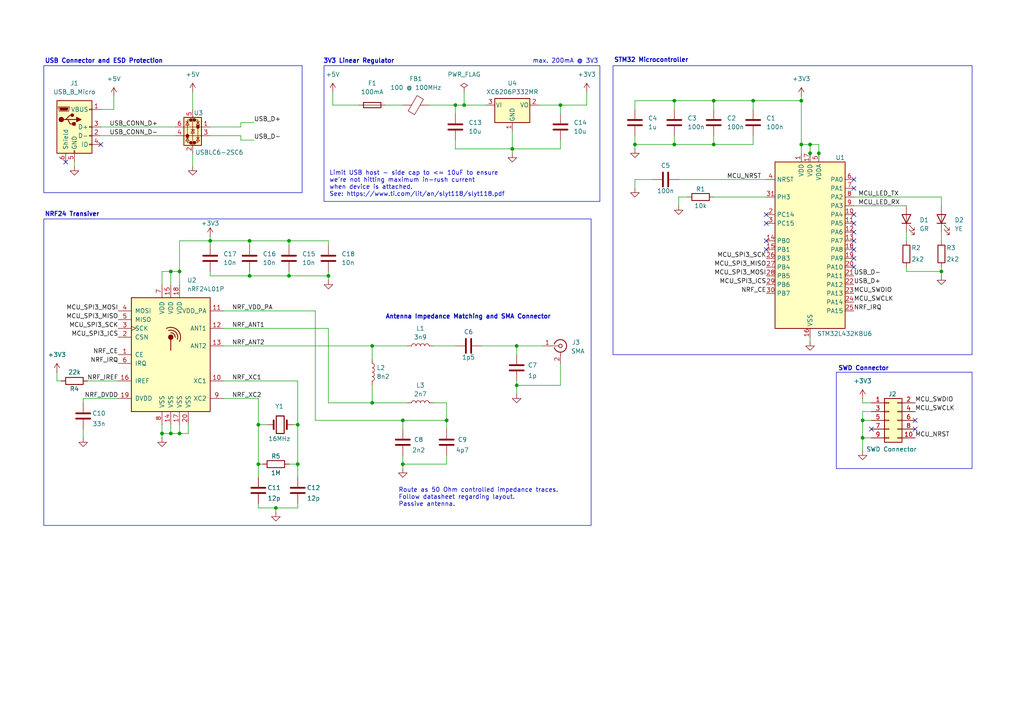
<source format=kicad_sch>
(kicad_sch (version 20231120) (generator "eeschema") (generator_version "8.0")
  (paper "A4")
  (title_block (title "STM32RFUSB") (date "2024-12-30") (rev "V0.1"))
  (lib_symbols
    (symbol "Connector:Conn_Coaxial" (pin_names (offset 1.016) hide)
      (property "Reference" "J" (at 0.254 3.048 0))
      (property "Value" "Conn_Coaxial" (at 2.921 0 90))
      (symbol "Conn_Coaxial_0_1"
        (arc (start -1.778 -0.508) (mid 0.2311 -1.8066) (end 1.778 0) (stroke (width 0.254)))
        (polyline (pts (xy -2.54 0) (xy -0.508 0)))
        (polyline (pts (xy 0 -2.54) (xy 0 -1.778)))
        (circle (center 0 0) (radius 0.508) (stroke (width 0.2032)))
        (arc (start 1.778 0) (mid 0.2099 1.8101) (end -1.778 0.508) (stroke (width 0.254)))
      )
      (symbol "Conn_Coaxial_1_1"
        (pin passive line (at -5.08 0 0) (length 2.54) (name "In") (number "1"))
        (pin passive line (at 0 -5.08 90) (length 2.54) (name "Ext") (number "2"))
      )
    )
    (symbol "Connector:USB_B_Micro" (pin_names (offset 1.016))
      (property "Reference" "J" (at -5.08 11.43 0))
      (property "Value" "USB_B_Micro" (at -5.08 8.89 0))
      (symbol "USB_B_Micro_0_1"
        (rectangle (start -5.08 -7.62) (end 5.08 7.62) (stroke (width 0.254)) (fill (type background)))
        (circle (center -3.81 2.159) (radius 0.635) (stroke (width 0.254)) (fill (type outline)))
        (circle (center -0.635 3.429) (radius 0.381) (stroke (width 0.254)) (fill (type outline)))
        (rectangle (start -0.127 -7.62) (end 0.127 -6.858))
        (polyline (pts (xy -1.905 2.159) (xy 0.635 2.159)) (stroke (width 0.254)))
        (polyline (pts (xy -3.175 2.159) (xy -2.54 2.159) (xy -1.27 3.429) (xy -0.635 3.429)) (stroke (width 0.254)))
        (polyline (pts (xy -2.54 2.159) (xy -1.905 2.159) (xy -1.27 0.889) (xy 0 0.889)) (stroke (width 0.254)))
        (polyline (pts (xy 0.635 2.794) (xy 0.635 1.524) (xy 1.905 2.159) (xy 0.635 2.794)) (stroke (width 0.254)) (fill (type outline)))
        (polyline (pts (xy -4.318 5.588) (xy -1.778 5.588) (xy -2.032 4.826) (xy -4.064 4.826) (xy -4.318 5.588)) (fill (type outline)))
        (polyline (pts (xy -4.699 5.842) (xy -4.699 5.588) (xy -4.445 4.826) (xy -4.445 4.572) (xy -1.651 4.572) (xy -1.651 4.826) (xy -1.397 5.588) (xy -1.397 5.842) (xy -4.699 5.842)))
        (rectangle (start 0.254 1.27) (end -0.508 0.508) (stroke (width 0.254)) (fill (type outline)))
        (rectangle (start 5.08 -5.207) (end 4.318 -4.953))
        (rectangle (start 5.08 -2.667) (end 4.318 -2.413))
        (rectangle (start 5.08 -0.127) (end 4.318 0.127))
        (rectangle (start 5.08 4.953) (end 4.318 5.207))
      )
      (symbol "USB_B_Micro_1_1"
        (pin power_out line (at 7.62 5.08 180) (length 2.54) (name "VBUS") (number "1"))
        (pin bidirectional line (at 7.62 -2.54 180) (length 2.54) (name "D-") (number "2"))
        (pin bidirectional line (at 7.62 0 180) (length 2.54) (name "D+") (number "3"))
        (pin passive line (at 7.62 -5.08 180) (length 2.54) (name "ID") (number "4"))
        (pin power_out line (at 0 -10.16 90) (length 2.54) (name "GND") (number "5"))
        (pin passive line (at -2.54 -10.16 90) (length 2.54) (name "Shield") (number "6"))
      )
    )
    (symbol "Connector_Generic:Conn_02x05_Odd_Even" (pin_names (offset 1.016) hide)
      (property "Reference" "J" (at 1.27 7.62 0))
      (property "Value" "Conn_02x05_Odd_Even" (at 1.27 -7.62 0))
      (symbol "Conn_02x05_Odd_Even_1_1"
        (rectangle (start -1.27 -4.953) (end 0 -5.207) (stroke (width 0.1524)))
        (rectangle (start -1.27 -2.413) (end 0 -2.667) (stroke (width 0.1524)))
        (rectangle (start -1.27 0.127) (end 0 -0.127) (stroke (width 0.1524)))
        (rectangle (start -1.27 2.667) (end 0 2.413) (stroke (width 0.1524)))
        (rectangle (start -1.27 5.207) (end 0 4.953) (stroke (width 0.1524)))
        (rectangle (start -1.27 6.35) (end 3.81 -6.35) (stroke (width 0.254)) (fill (type background)))
        (rectangle (start 3.81 -4.953) (end 2.54 -5.207) (stroke (width 0.1524)))
        (rectangle (start 3.81 -2.413) (end 2.54 -2.667) (stroke (width 0.1524)))
        (rectangle (start 3.81 0.127) (end 2.54 -0.127) (stroke (width 0.1524)))
        (rectangle (start 3.81 2.667) (end 2.54 2.413) (stroke (width 0.1524)))
        (rectangle (start 3.81 5.207) (end 2.54 4.953) (stroke (width 0.1524)))
        (pin passive line (at -5.08 5.08 0) (length 3.81) (name "Pin_1") (number "1"))
        (pin passive line (at 7.62 -5.08 180) (length 3.81) (name "Pin_10") (number "10"))
        (pin passive line (at 7.62 5.08 180) (length 3.81) (name "Pin_2") (number "2"))
        (pin passive line (at -5.08 2.54 0) (length 3.81) (name "Pin_3") (number "3"))
        (pin passive line (at 7.62 2.54 180) (length 3.81) (name "Pin_4") (number "4"))
        (pin passive line (at -5.08 0 0) (length 3.81) (name "Pin_5") (number "5"))
        (pin passive line (at 7.62 0 180) (length 3.81) (name "Pin_6") (number "6"))
        (pin passive line (at -5.08 -2.54 0) (length 3.81) (name "Pin_7") (number "7"))
        (pin passive line (at 7.62 -2.54 180) (length 3.81) (name "Pin_8") (number "8"))
        (pin passive line (at -5.08 -5.08 0) (length 3.81) (name "Pin_9") (number "9"))
      )
    )
    (symbol "Device:C" (pin_numbers hide) (pin_names (offset 0.254))
      (property "Reference" "C" (at 0.635 2.54 0))
      (property "Value" "C" (at 0.635 -2.54 0))
      (symbol "C_0_1"
        (polyline (pts (xy -2.032 -0.762) (xy 2.032 -0.762)) (stroke (width 0.508)))
        (polyline (pts (xy -2.032 0.762) (xy 2.032 0.762)) (stroke (width 0.508)))
      )
      (symbol "C_1_1"
        (pin passive line (at 0 3.81 270) (length 2.794) (name "~") (number "1"))
        (pin passive line (at 0 -3.81 90) (length 2.794) (name "~") (number "2"))
      )
    )
    (symbol "Device:Crystal" (pin_numbers hide) (pin_names (offset 1.016) hide)
      (property "Reference" "Y" (at 0 3.81 0))
      (property "Value" "Crystal" (at 0 -3.81 0))
      (symbol "Crystal_0_1"
        (rectangle (start -1.143 2.54) (end 1.143 -2.54) (stroke (width 0.3048)))
        (polyline (pts (xy -2.54 0) (xy -1.905 0)))
        (polyline (pts (xy -1.905 -1.27) (xy -1.905 1.27)) (stroke (width 0.508)))
        (polyline (pts (xy 1.905 -1.27) (xy 1.905 1.27)) (stroke (width 0.508)))
        (polyline (pts (xy 2.54 0) (xy 1.905 0)))
      )
      (symbol "Crystal_1_1"
        (pin passive line (at -3.81 0 0) (length 1.27) (name "1") (number "1"))
        (pin passive line (at 3.81 0 180) (length 1.27) (name "2") (number "2"))
      )
    )
    (symbol "Device:FerriteBead" (pin_numbers hide) (pin_names (offset 0))
      (property "Reference" "FB" (at -3.81 0.635 90))
      (property "Value" "FerriteBead" (at 3.81 0 90))
      (symbol "FerriteBead_0_1"
        (polyline (pts (xy 0 -1.27) (xy 0 -1.2192)))
        (polyline (pts (xy 0 1.27) (xy 0 1.2954)))
        (polyline (pts (xy -2.7686 0.4064) (xy -1.7018 2.2606) (xy 2.7686 -0.3048) (xy 1.6764 -2.159) (xy -2.7686 0.4064)))
      )
      (symbol "FerriteBead_1_1"
        (pin passive line (at 0 3.81 270) (length 2.54) (name "~") (number "1"))
        (pin passive line (at 0 -3.81 90) (length 2.54) (name "~") (number "2"))
      )
    )
    (symbol "Device:Fuse" (pin_numbers hide) (pin_names (offset 0))
      (property "Reference" "F" (at 2.032 0 90))
      (property "Value" "Fuse" (at -1.905 0 90))
      (symbol "Fuse_0_1"
        (rectangle (start -0.762 -2.54) (end 0.762 2.54) (stroke (width 0.254)))
        (polyline (pts (xy 0 2.54) (xy 0 -2.54)))
      )
      (symbol "Fuse_1_1"
        (pin passive line (at 0 3.81 270) (length 1.27) (name "~") (number "1"))
        (pin passive line (at 0 -3.81 90) (length 1.27) (name "~") (number "2"))
      )
    )
    (symbol "Device:L" (pin_numbers hide) (pin_names (offset 1.016) hide)
      (property "Reference" "L" (at -1.27 0 90))
      (property "Value" "L" (at 1.905 0 90))
      (symbol "L_0_1"
        (arc (start 0 -2.54) (mid 0.6323 -1.905) (end 0 -1.27))
        (arc (start 0 -1.27) (mid 0.6323 -0.635) (end 0 0))
        (arc (start 0 0) (mid 0.6323 0.635) (end 0 1.27))
        (arc (start 0 1.27) (mid 0.6323 1.905) (end 0 2.54))
      )
      (symbol "L_1_1"
        (pin passive line (at 0 3.81 270) (length 1.27) (name "1") (number "1"))
        (pin passive line (at 0 -3.81 90) (length 1.27) (name "2") (number "2"))
      )
    )
    (symbol "Device:LED" (pin_numbers hide) (pin_names (offset 1.016) hide)
      (property "Reference" "D" (at 0 2.54 0))
      (property "Value" "LED" (at 0 -2.54 0))
      (symbol "LED_0_1"
        (polyline (pts (xy -1.27 -1.27) (xy -1.27 1.27)) (stroke (width 0.254)))
        (polyline (pts (xy -1.27 0) (xy 1.27 0)))
        (polyline (pts (xy 1.27 -1.27) (xy 1.27 1.27) (xy -1.27 0) (xy 1.27 -1.27)) (stroke (width 0.254)))
        (polyline (pts (xy -3.048 -0.762) (xy -4.572 -2.286) (xy -3.81 -2.286) (xy -4.572 -2.286) (xy -4.572 -1.524)))
        (polyline (pts (xy -1.778 -0.762) (xy -3.302 -2.286) (xy -2.54 -2.286) (xy -3.302 -2.286) (xy -3.302 -1.524)))
      )
      (symbol "LED_1_1"
        (pin passive line (at -3.81 0 0) (length 2.54) (name "K") (number "1"))
        (pin passive line (at 3.81 0 180) (length 2.54) (name "A") (number "2"))
      )
    )
    (symbol "Device:R" (pin_numbers hide) (pin_names (offset 0))
      (property "Reference" "R" (at 2.032 0 90))
      (property "Value" "R" (at 0 0 90))
      (symbol "R_0_1"
        (rectangle (start -1.016 -2.54) (end 1.016 2.54) (stroke (width 0.254)))
      )
      (symbol "R_1_1"
        (pin passive line (at 0 3.81 270) (length 1.27) (name "~") (number "1"))
        (pin passive line (at 0 -3.81 90) (length 1.27) (name "~") (number "2"))
      )
    )
    (symbol "MCU_ST_STM32L4:STM32L432KBUx"
      (property "Reference" "U" (at -10.16 26.67 0))
      (property "Value" "STM32L432KBUx" (at 5.08 26.67 0))
      (symbol "STM32L432KBUx_0_1"
        (rectangle (start -10.16 -22.86) (end 10.16 25.4) (stroke (width 0.254)) (fill (type background)))
      )
      (symbol "STM32L432KBUx_1_1"
        (pin power_in line (at -2.54 27.94 270) (length 2.54) (name "VDD") (number "1"))
        (pin bidirectional line (at 12.7 10.16 180) (length 2.54) (name "PA4") (number "10"))
        (pin bidirectional line (at 12.7 7.62 180) (length 2.54) (name "PA5") (number "11"))
        (pin bidirectional line (at 12.7 5.08 180) (length 2.54) (name "PA6") (number "12"))
        (pin bidirectional line (at 12.7 2.54 180) (length 2.54) (name "PA7") (number "13"))
        (pin bidirectional line (at -12.7 2.54 0) (length 2.54) (name "PB0") (number "14"))
        (pin bidirectional line (at -12.7 0 0) (length 2.54) (name "PB1") (number "15"))
        (pin power_in line (at 0 -25.4 90) (length 2.54) (name "VSS") (number "16"))
        (pin power_in line (at 0 27.94 270) (length 2.54) (name "VDD") (number "17"))
        (pin bidirectional line (at 12.7 0 180) (length 2.54) (name "PA8") (number "18"))
        (pin bidirectional line (at 12.7 -2.54 180) (length 2.54) (name "PA9") (number "19"))
        (pin bidirectional line (at -12.7 10.16 0) (length 2.54) (name "PC14") (number "2"))
        (pin bidirectional line (at 12.7 -5.08 180) (length 2.54) (name "PA10") (number "20"))
        (pin bidirectional line (at 12.7 -7.62 180) (length 2.54) (name "PA11") (number "21"))
        (pin bidirectional line (at 12.7 -10.16 180) (length 2.54) (name "PA12") (number "22"))
        (pin bidirectional line (at 12.7 -12.7 180) (length 2.54) (name "PA13") (number "23"))
        (pin bidirectional line (at 12.7 -15.24 180) (length 2.54) (name "PA14") (number "24"))
        (pin bidirectional line (at 12.7 -17.78 180) (length 2.54) (name "PA15") (number "25"))
        (pin bidirectional line (at -12.7 -2.54 0) (length 2.54) (name "PB3") (number "26"))
        (pin bidirectional line (at -12.7 -5.08 0) (length 2.54) (name "PB4") (number "27"))
        (pin bidirectional line (at -12.7 -7.62 0) (length 2.54) (name "PB5") (number "28"))
        (pin bidirectional line (at -12.7 -10.16 0) (length 2.54) (name "PB6") (number "29"))
        (pin bidirectional line (at -12.7 7.62 0) (length 2.54) (name "PC15") (number "3"))
        (pin bidirectional line (at -12.7 -12.7 0) (length 2.54) (name "PB7") (number "30"))
        (pin bidirectional line (at -12.7 15.24 0) (length 2.54) (name "PH3") (number "31"))
        (pin passive line (at 0 -25.4 90) (length 2.54) hide (name "VSS") (number "32"))
        (pin passive line (at 0 -25.4 90) (length 2.54) hide (name "VSS") (number "33"))
        (pin input line (at -12.7 20.32 0) (length 2.54) (name "NRST") (number "4"))
        (pin power_in line (at 2.54 27.94 270) (length 2.54) (name "VDDA") (number "5"))
        (pin bidirectional line (at 12.7 20.32 180) (length 2.54) (name "PA0") (number "6"))
        (pin bidirectional line (at 12.7 17.78 180) (length 2.54) (name "PA1") (number "7"))
        (pin bidirectional line (at 12.7 15.24 180) (length 2.54) (name "PA2") (number "8"))
        (pin bidirectional line (at 12.7 12.7 180) (length 2.54) (name "PA3") (number "9"))
      )
    )
    (symbol "Power_Protection:USBLC6-2SC6" (pin_names hide)
      (property "Reference" "U" (at 0.635 5.715 0))
      (property "Value" "USBLC6-2SC6" (at 0.635 3.81 0))
      (symbol "USBLC6-2SC6_0_0"
        (circle (center -1.524 0) (radius 0.0001) (stroke (width 0.508)))
        (circle (center -0.508 -4.572) (radius 0.0001) (stroke (width 0.508)))
        (circle (center -0.508 2.032) (radius 0.0001) (stroke (width 0.508)))
        (circle (center 0.508 -4.572) (radius 0.0001) (stroke (width 0.508)))
        (circle (center 0.508 2.032) (radius 0.0001) (stroke (width 0.508)))
        (circle (center 1.524 -2.54) (radius 0.0001) (stroke (width 0.508)))
      )
      (symbol "USBLC6-2SC6_0_1"
        (polyline (pts (xy -2.54 -2.54) (xy 2.54 -2.54)))
        (polyline (pts (xy -2.54 0) (xy 2.54 0)))
        (polyline (pts (xy -2.032 -3.048) (xy -1.016 -3.048)))
        (polyline (pts (xy -1.016 1.524) (xy -2.032 1.524)))
        (polyline (pts (xy 1.016 -3.048) (xy 2.032 -3.048)))
        (polyline (pts (xy 1.016 1.524) (xy 2.032 1.524)))
        (polyline (pts (xy -0.508 -1.143) (xy -0.508 -0.762) (xy 0.508 -0.762)))
        (polyline (pts (xy -2.032 0.508) (xy -1.016 0.508) (xy -1.524 1.524) (xy -2.032 0.508)))
        (polyline (pts (xy -1.016 -4.064) (xy -2.032 -4.064) (xy -1.524 -3.048) (xy -1.016 -4.064)))
        (polyline (pts (xy 0.508 -1.778) (xy -0.508 -1.778) (xy 0 -0.762) (xy 0.508 -1.778)))
        (polyline (pts (xy 2.032 -4.064) (xy 1.016 -4.064) (xy 1.524 -3.048) (xy 2.032 -4.064)))
        (polyline (pts (xy 2.032 0.508) (xy 1.016 0.508) (xy 1.524 1.524) (xy 2.032 0.508)))
        (polyline (pts (xy 0 2.54) (xy -0.508 2.032) (xy 0.508 2.032) (xy 0 1.524) (xy 0 -4.064) (xy -0.508 -4.572) (xy 0.508 -4.572) (xy 0 -5.08)))
      )
      (symbol "USBLC6-2SC6_1_1"
        (rectangle (start -2.54 2.794) (end 2.54 -5.334) (stroke (width 0.254)) (fill (type background)))
        (polyline (pts (xy -0.508 2.032) (xy -1.524 2.032) (xy -1.524 -4.572) (xy -0.508 -4.572)))
        (polyline (pts (xy 0.508 -4.572) (xy 1.524 -4.572) (xy 1.524 2.032) (xy 0.508 2.032)))
        (pin passive line (at -5.08 0 0) (length 2.54) (name "I/O1") (number "1"))
        (pin passive line (at 0 -7.62 90) (length 2.54) (name "GND") (number "2"))
        (pin passive line (at -5.08 -2.54 0) (length 2.54) (name "I/O2") (number "3"))
        (pin passive line (at 5.08 -2.54 180) (length 2.54) (name "I/O2") (number "4"))
        (pin passive line (at 0 5.08 270) (length 2.54) (name "VBUS") (number "5"))
        (pin passive line (at 5.08 0 180) (length 2.54) (name "I/O1") (number "6"))
      )
    )
    (symbol "RF:nRF24L01P" (pin_names (offset 1.016))
      (property "Reference" "U" (at -11.43 17.78 0))
      (property "Value" "nRF24L01P" (at 5.08 17.78 0))
      (symbol "nRF24L01P_0_1"
        (rectangle (start -11.43 16.51) (end 11.43 -16.51) (stroke (width 0.254)) (fill (type background)))
        (polyline (pts (xy 0 4.445) (xy 0 1.27)) (stroke (width 0.254)))
        (circle (center 0 5.08) (radius 0.635) (stroke (width 0.254)) (fill (type outline)))
        (arc (start 1.27 5.08) (mid 0.9071 5.9946) (end 0 6.35) (stroke (width 0.254)))
        (arc (start 1.905 4.445) (mid 1.4313 6.5254) (end -0.635 6.985) (stroke (width 0.254)))
        (arc (start 2.54 3.81) (mid 2.008 7.088) (end -1.27 7.62) (stroke (width 0.254)))
        (rectangle (start 11.43 -13.97) (end 11.43 -13.97))
      )
      (symbol "nRF24L01P_1_1"
        (pin input line (at -15.24 0 0) (length 3.81) (name "CE") (number "1"))
        (pin passive line (at 15.24 -7.62 180) (length 3.81) (name "XC1") (number "10"))
        (pin power_out line (at 15.24 12.7 180) (length 3.81) (name "VDD_PA") (number "11"))
        (pin passive line (at 15.24 7.62 180) (length 3.81) (name "ANT1") (number "12"))
        (pin passive line (at 15.24 2.54 180) (length 3.81) (name "ANT2") (number "13"))
        (pin power_in line (at 0 -20.32 90) (length 3.81) (name "VSS") (number "14"))
        (pin power_in line (at 0 20.32 270) (length 3.81) (name "VDD") (number "15"))
        (pin passive line (at -15.24 -7.62 0) (length 3.81) (name "IREF") (number "16"))
        (pin power_in line (at 2.54 -20.32 90) (length 3.81) (name "VSS") (number "17"))
        (pin power_in line (at 2.54 20.32 270) (length 3.81) (name "VDD") (number "18"))
        (pin power_out line (at -15.24 -12.7 0) (length 3.81) (name "DVDD") (number "19"))
        (pin input line (at -15.24 5.08 0) (length 3.81) (name "CSN") (number "2"))
        (pin power_in line (at 5.08 -20.32 90) (length 3.81) (name "VSS") (number "20"))
        (pin input clock (at -15.24 7.62 0) (length 3.81) (name "SCK") (number "3"))
        (pin input line (at -15.24 12.7 0) (length 3.81) (name "MOSI") (number "4"))
        (pin output line (at -15.24 10.16 0) (length 3.81) (name "MISO") (number "5"))
        (pin output line (at -15.24 -2.54 0) (length 3.81) (name "IRQ") (number "6"))
        (pin power_in line (at -2.54 20.32 270) (length 3.81) (name "VDD") (number "7"))
        (pin power_in line (at -2.54 -20.32 90) (length 3.81) (name "VSS") (number "8"))
        (pin passive line (at 15.24 -12.7 180) (length 3.81) (name "XC2") (number "9"))
      )
    )
    (symbol "Regulator_Linear:XC6206PxxxMR" (pin_names (offset 0.254))
      (property "Reference" "U" (at -3.81 3.175 0))
      (property "Value" "XC6206PxxxMR" (at 0 3.175 0))
      (symbol "XC6206PxxxMR_0_1"
        (rectangle (start -5.08 1.905) (end 5.08 -5.08) (stroke (width 0.254)) (fill (type background)))
      )
      (symbol "XC6206PxxxMR_1_1"
        (pin power_in line (at 0 -7.62 90) (length 2.54) (name "GND") (number "1"))
        (pin power_out line (at 7.62 0 180) (length 2.54) (name "VO") (number "2"))
        (pin power_in line (at -7.62 0 0) (length 2.54) (name "VI") (number "3"))
      )
    )
    (symbol "power:+3V3" (power) (pin_numbers hide) (pin_names (offset 0) hide)
      (property "Value" "+3V3" (at 0 3.556 0))
      (symbol "+3V3_0_1"
        (polyline (pts (xy -0.762 1.27) (xy 0 2.54)))
        (polyline (pts (xy 0 0) (xy 0 2.54)))
        (polyline (pts (xy 0 2.54) (xy 0.762 1.27)))
      )
      (symbol "+3V3_1_1"
        (pin power_in line (at 0 0 90) (length 0) (name "~") (number "1"))
      )
    )
    (symbol "power:+5V" (power) (pin_numbers hide) (pin_names (offset 0) hide)
      (property "Value" "+5V" (at 0 3.556 0))
      (symbol "+5V_0_1"
        (polyline (pts (xy -0.762 1.27) (xy 0 2.54)))
        (polyline (pts (xy 0 0) (xy 0 2.54)))
        (polyline (pts (xy 0 2.54) (xy 0.762 1.27)))
      )
      (symbol "+5V_1_1"
        (pin power_in line (at 0 0 90) (length 0) (name "~") (number "1"))
      )
    )
    (symbol "power:GND" (power) (pin_numbers hide) (pin_names (offset 0) hide)
      (property "Value" "GND" (at 0 -3.81 0))
      (symbol "GND_0_1"
        (polyline (pts (xy 0 0) (xy 0 -1.27) (xy 1.27 -1.27) (xy 0 -2.54) (xy -1.27 -1.27) (xy 0 -1.27)))
      )
      (symbol "GND_1_1"
        (pin power_in line (at 0 0 270) (length 0) (name "~") (number "1"))
      )
    )
    (symbol "power:PWR_FLAG" (power) (pin_numbers hide) (pin_names (offset 0) hide)
      (property "Value" "PWR_FLAG" (at 0 3.81 0))
      (symbol "PWR_FLAG_0_0"
        (pin power_out line (at 0 0 90) (length 0) (name "~") (number "1"))
      )
      (symbol "PWR_FLAG_0_1"
        (polyline (pts (xy 0 0) (xy 0 1.27) (xy -1.016 1.905) (xy 0 2.54) (xy 1.016 1.905) (xy 0 1.27)))
      )
    )
  )
  (junction (at 232.41 41.91))
  (junction (at 132.08 30.48))
  (junction (at 218.44 29.21))
  (junction (at 149.86 100.33))
  (junction (at 116.84 134.62))
  (junction (at 107.95 100.33))
  (junction (at 195.58 29.21))
  (junction (at 72.39 69.85))
  (junction (at 83.82 69.85))
  (junction (at 80.01 147.32))
  (junction (at 234.95 44.45))
  (junction (at 74.93 134.62))
  (junction (at 60.96 69.85))
  (junction (at 107.95 116.84))
  (junction (at 134.62 30.48))
  (junction (at 52.07 125.73))
  (junction (at 250.19 127))
  (junction (at 49.53 125.73))
  (junction (at 95.25 80.01))
  (junction (at 49.53 78.74))
  (junction (at 129.54 121.92))
  (junction (at 46.99 125.73))
  (junction (at 72.39 80.01))
  (junction (at 232.41 29.21))
  (junction (at 195.58 41.91))
  (junction (at 237.49 44.45))
  (junction (at 149.86 111.76))
  (junction (at 83.82 80.01))
  (junction (at 86.36 123.19))
  (junction (at 234.95 41.91))
  (junction (at 86.36 134.62))
  (junction (at 74.93 123.19))
  (junction (at 207.01 29.21))
  (junction (at 207.01 41.91))
  (junction (at 162.56 30.48))
  (junction (at 148.59 43.18))
  (junction (at 250.19 121.92))
  (junction (at 273.05 78.74))
  (junction (at 184.15 41.91))
  (junction (at 116.84 121.92))
  (junction (at 52.07 78.74))
  (no_connect (at 222.25 69.85))
  (no_connect (at 222.25 62.23))
  (no_connect (at 247.65 77.47))
  (no_connect (at 247.65 62.23))
  (no_connect (at 222.25 72.39))
  (no_connect (at 19.05 46.99))
  (no_connect (at 247.65 74.93))
  (no_connect (at 265.43 121.92))
  (no_connect (at 247.65 67.31))
  (no_connect (at 265.43 124.46))
  (no_connect (at 252.73 124.46))
  (no_connect (at 29.21 41.91))
  (no_connect (at 247.65 69.85))
  (no_connect (at 247.65 54.61))
  (no_connect (at 222.25 64.77))
  (no_connect (at 247.65 52.07))
  (no_connect (at 247.65 72.39))
  (no_connect (at 247.65 64.77))
  (wire (pts (xy 234.95 41.91) (xy 234.95 44.45)))
  (wire (pts (xy 74.93 134.62) (xy 76.2 134.62)))
  (wire (pts (xy 232.41 29.21) (xy 232.41 41.91)))
  (wire (pts (xy 132.08 40.64) (xy 132.08 43.18)))
  (wire (pts (xy 156.21 30.48) (xy 162.56 30.48)))
  (wire (pts (xy 199.39 57.15) (xy 196.85 57.15)))
  (wire (pts (xy 52.07 69.85) (xy 60.96 69.85)))
  (wire (pts (xy 250.19 121.92) (xy 250.19 127)))
  (wire (pts (xy 29.21 39.37) (xy 50.8 39.37)))
  (wire (pts (xy 250.19 121.92) (xy 252.73 121.92)))
  (wire (pts (xy 69.85 40.64) (xy 69.85 39.37)))
  (wire (pts (xy 273.05 57.15) (xy 273.05 59.69)))
  (wire (pts (xy 207.01 39.37) (xy 207.01 41.91)))
  (wire (pts (xy 196.85 52.07) (xy 222.25 52.07)))
  (wire (pts (xy 83.82 80.01) (xy 95.25 80.01)))
  (wire (pts (xy 86.36 123.19) (xy 86.36 134.62)))
  (wire (pts (xy 232.41 27.94) (xy 232.41 29.21)))
  (wire (pts (xy 95.25 71.12) (xy 95.25 69.85)))
  (wire (pts (xy 129.54 116.84) (xy 129.54 121.92)))
  (wire (pts (xy 207.01 29.21) (xy 207.01 31.75)))
  (wire (pts (xy 49.53 123.19) (xy 49.53 125.73)))
  (wire (pts (xy 125.73 116.84) (xy 129.54 116.84)))
  (wire (pts (xy 232.41 41.91) (xy 232.41 44.45)))
  (wire (pts (xy 262.89 67.31) (xy 262.89 69.85)))
  (wire (pts (xy 29.21 31.75) (xy 33.02 31.75)))
  (wire (pts (xy 83.82 78.74) (xy 83.82 80.01)))
  (wire (pts (xy 86.36 147.32) (xy 80.01 147.32)))
  (wire (pts (xy 96.52 30.48) (xy 104.14 30.48)))
  (wire (pts (xy 64.77 90.17) (xy 91.44 90.17)))
  (wire (pts (xy 25.4 110.49) (xy 34.29 110.49)))
  (wire (pts (xy 83.82 69.85) (xy 83.82 71.12)))
  (wire (pts (xy 86.36 134.62) (xy 86.36 138.43)))
  (wire (pts (xy 139.7 100.33) (xy 149.86 100.33)))
  (wire (pts (xy 91.44 121.92) (xy 116.84 121.92)))
  (wire (pts (xy 247.65 59.69) (xy 262.89 59.69)))
  (wire (pts (xy 149.86 110.49) (xy 149.86 111.76)))
  (wire (pts (xy 195.58 29.21) (xy 195.58 31.75)))
  (wire (pts (xy 91.44 90.17) (xy 91.44 121.92)))
  (wire (pts (xy 207.01 41.91) (xy 195.58 41.91)))
  (wire (pts (xy 116.84 134.62) (xy 116.84 135.89)))
  (wire (pts (xy 184.15 43.18) (xy 184.15 41.91)))
  (wire (pts (xy 74.93 147.32) (xy 80.01 147.32)))
  (wire (pts (xy 49.53 78.74) (xy 52.07 78.74)))
  (wire (pts (xy 55.88 44.45) (xy 55.88 48.26)))
  (wire (pts (xy 64.77 110.49) (xy 86.36 110.49)))
  (wire (pts (xy 250.19 119.38) (xy 250.19 121.92)))
  (wire (pts (xy 24.13 124.46) (xy 24.13 127)))
  (wire (pts (xy 234.95 97.79) (xy 234.95 99.06)))
  (wire (pts (xy 21.59 46.99) (xy 21.59 48.26)))
  (wire (pts (xy 95.25 95.25) (xy 95.25 116.84)))
  (wire (pts (xy 134.62 26.67) (xy 134.62 30.48)))
  (wire (pts (xy 83.82 134.62) (xy 86.36 134.62)))
  (wire (pts (xy 132.08 30.48) (xy 134.62 30.48)))
  (wire (pts (xy 72.39 69.85) (xy 72.39 71.12)))
  (wire (pts (xy 52.07 82.55) (xy 52.07 78.74)))
  (wire (pts (xy 273.05 77.47) (xy 273.05 78.74)))
  (wire (pts (xy 162.56 111.76) (xy 149.86 111.76)))
  (wire (pts (xy 86.36 110.49) (xy 86.36 123.19)))
  (wire (pts (xy 116.84 132.08) (xy 116.84 134.62)))
  (wire (pts (xy 125.73 100.33) (xy 132.08 100.33)))
  (wire (pts (xy 195.58 29.21) (xy 207.01 29.21)))
  (wire (pts (xy 74.93 123.19) (xy 77.47 123.19)))
  (wire (pts (xy 237.49 44.45) (xy 237.49 41.91)))
  (wire (pts (xy 54.61 125.73) (xy 52.07 125.73)))
  (wire (pts (xy 60.96 68.58) (xy 60.96 69.85)))
  (wire (pts (xy 83.82 69.85) (xy 72.39 69.85)))
  (wire (pts (xy 95.25 80.01) (xy 95.25 81.28)))
  (wire (pts (xy 72.39 80.01) (xy 83.82 80.01)))
  (wire (pts (xy 49.53 78.74) (xy 49.53 82.55)))
  (wire (pts (xy 184.15 39.37) (xy 184.15 41.91)))
  (wire (pts (xy 234.95 41.91) (xy 232.41 41.91)))
  (wire (pts (xy 60.96 80.01) (xy 72.39 80.01)))
  (wire (pts (xy 64.77 100.33) (xy 107.95 100.33)))
  (wire (pts (xy 46.99 82.55) (xy 46.99 78.74)))
  (wire (pts (xy 250.19 127) (xy 252.73 127)))
  (wire (pts (xy 17.78 110.49) (xy 16.51 110.49)))
  (wire (pts (xy 247.65 57.15) (xy 273.05 57.15)))
  (wire (pts (xy 60.96 69.85) (xy 60.96 71.12)))
  (wire (pts (xy 149.86 111.76) (xy 149.86 114.3)))
  (wire (pts (xy 46.99 125.73) (xy 46.99 127)))
  (wire (pts (xy 95.25 78.74) (xy 95.25 80.01)))
  (wire (pts (xy 80.01 147.32) (xy 80.01 148.59)))
  (wire (pts (xy 46.99 78.74) (xy 49.53 78.74)))
  (wire (pts (xy 107.95 116.84) (xy 118.11 116.84)))
  (wire (pts (xy 250.19 116.84) (xy 250.19 115.57)))
  (wire (pts (xy 64.77 95.25) (xy 95.25 95.25)))
  (wire (pts (xy 162.56 43.18) (xy 148.59 43.18)))
  (wire (pts (xy 162.56 30.48) (xy 162.56 33.02)))
  (wire (pts (xy 162.56 105.41) (xy 162.56 111.76)))
  (wire (pts (xy 184.15 31.75) (xy 184.15 29.21)))
  (wire (pts (xy 111.76 30.48) (xy 116.84 30.48)))
  (wire (pts (xy 69.85 39.37) (xy 60.96 39.37)))
  (wire (pts (xy 74.93 134.62) (xy 74.93 123.19)))
  (wire (pts (xy 52.07 123.19) (xy 52.07 125.73)))
  (wire (pts (xy 33.02 31.75) (xy 33.02 27.94)))
  (wire (pts (xy 69.85 36.83) (xy 60.96 36.83)))
  (wire (pts (xy 273.05 67.31) (xy 273.05 69.85)))
  (wire (pts (xy 273.05 78.74) (xy 273.05 80.01)))
  (wire (pts (xy 69.85 40.64) (xy 73.66 40.64)))
  (wire (pts (xy 148.59 44.45) (xy 148.59 43.18)))
  (wire (pts (xy 46.99 123.19) (xy 46.99 125.73)))
  (wire (pts (xy 262.89 78.74) (xy 273.05 78.74)))
  (wire (pts (xy 218.44 41.91) (xy 207.01 41.91)))
  (wire (pts (xy 52.07 78.74) (xy 52.07 69.85)))
  (wire (pts (xy 218.44 29.21) (xy 232.41 29.21)))
  (wire (pts (xy 49.53 125.73) (xy 46.99 125.73)))
  (wire (pts (xy 96.52 26.67) (xy 96.52 30.48)))
  (wire (pts (xy 95.25 69.85) (xy 83.82 69.85)))
  (wire (pts (xy 207.01 57.15) (xy 222.25 57.15)))
  (wire (pts (xy 252.73 119.38) (xy 250.19 119.38)))
  (wire (pts (xy 74.93 146.05) (xy 74.93 147.32)))
  (wire (pts (xy 184.15 52.07) (xy 184.15 54.61)))
  (wire (pts (xy 250.19 127) (xy 250.19 130.81)))
  (wire (pts (xy 234.95 45.72) (xy 234.95 44.45)))
  (wire (pts (xy 195.58 39.37) (xy 195.58 41.91)))
  (wire (pts (xy 129.54 121.92) (xy 129.54 124.46)))
  (wire (pts (xy 55.88 26.67) (xy 55.88 31.75)))
  (wire (pts (xy 69.85 35.56) (xy 73.66 35.56)))
  (wire (pts (xy 129.54 132.08) (xy 129.54 134.62)))
  (wire (pts (xy 72.39 69.85) (xy 60.96 69.85)))
  (wire (pts (xy 124.46 30.48) (xy 132.08 30.48)))
  (wire (pts (xy 129.54 134.62) (xy 116.84 134.62)))
  (wire (pts (xy 184.15 29.21) (xy 195.58 29.21)))
  (wire (pts (xy 116.84 121.92) (xy 116.84 124.46)))
  (wire (pts (xy 149.86 100.33) (xy 149.86 102.87)))
  (wire (pts (xy 237.49 41.91) (xy 234.95 41.91)))
  (wire (pts (xy 107.95 111.76) (xy 107.95 116.84)))
  (wire (pts (xy 60.96 78.74) (xy 60.96 80.01)))
  (wire (pts (xy 252.73 116.84) (xy 250.19 116.84)))
  (wire (pts (xy 218.44 39.37) (xy 218.44 41.91)))
  (wire (pts (xy 85.09 123.19) (xy 86.36 123.19)))
  (wire (pts (xy 262.89 77.47) (xy 262.89 78.74)))
  (wire (pts (xy 148.59 38.1) (xy 148.59 43.18)))
  (wire (pts (xy 54.61 123.19) (xy 54.61 125.73)))
  (wire (pts (xy 134.62 30.48) (xy 140.97 30.48)))
  (wire (pts (xy 72.39 78.74) (xy 72.39 80.01)))
  (wire (pts (xy 195.58 41.91) (xy 184.15 41.91)))
  (wire (pts (xy 29.21 36.83) (xy 50.8 36.83)))
  (wire (pts (xy 95.25 116.84) (xy 107.95 116.84)))
  (wire (pts (xy 52.07 125.73) (xy 49.53 125.73)))
  (wire (pts (xy 196.85 57.15) (xy 196.85 59.69)))
  (wire (pts (xy 237.49 45.72) (xy 237.49 44.45)))
  (wire (pts (xy 116.84 121.92) (xy 129.54 121.92)))
  (wire (pts (xy 24.13 115.57) (xy 24.13 116.84)))
  (wire (pts (xy 162.56 30.48) (xy 170.18 30.48)))
  (wire (pts (xy 69.85 35.56) (xy 69.85 36.83)))
  (wire (pts (xy 132.08 30.48) (xy 132.08 33.02)))
  (wire (pts (xy 34.29 115.57) (xy 24.13 115.57)))
  (wire (pts (xy 132.08 43.18) (xy 148.59 43.18)))
  (wire (pts (xy 107.95 100.33) (xy 118.11 100.33)))
  (wire (pts (xy 189.23 52.07) (xy 184.15 52.07)))
  (wire (pts (xy 86.36 146.05) (xy 86.36 147.32)))
  (wire (pts (xy 218.44 29.21) (xy 218.44 31.75)))
  (wire (pts (xy 170.18 30.48) (xy 170.18 26.67)))
  (wire (pts (xy 16.51 110.49) (xy 16.51 107.95)))
  (wire (pts (xy 149.86 100.33) (xy 157.48 100.33)))
  (wire (pts (xy 207.01 29.21) (xy 218.44 29.21)))
  (wire (pts (xy 107.95 100.33) (xy 107.95 104.14)))
  (wire (pts (xy 74.93 115.57) (xy 74.93 123.19)))
  (wire (pts (xy 64.77 115.57) (xy 74.93 115.57)))
  (wire (pts (xy 162.56 40.64) (xy 162.56 43.18)))
  (wire (pts (xy 74.93 138.43) (xy 74.93 134.62)))
  (rectangle (start 177.8 19.05) (end 281.94 102.87))
  (rectangle (start 12.7 63.5) (end 171.45 152.4))
  (rectangle (start 12.7 19.05) (end 87.63 55.88))
  (rectangle (start 242.57 107.95) (end 281.94 135.89))
  (rectangle (start 93.98 19.05) (end 173.99 58.42))
  (text "STM32 Microcontroller" (at 178.054 17.526 0) (effects (font (size 1.27 1.27) (thickness 0.254) (bold yes)) (justify left)))
  (text "Route as 50 Ohm controlled impedance traces.\nFollow datasheet regarding layout.\nPassive antenna." (at 115.57 144.272 0) (effects (font (size 1.27 1.27) (thickness 0.1588)) (justify left)))
  (text "3V3 Linear Regulator" (at 93.726 17.78 0) (effects (font (size 1.27 1.27) (thickness 0.254) (bold yes)) (justify left)))
  (text "USB Connector and ESD Protection" (at 12.954 17.78 0) (effects (font (size 1.27 1.27) (thickness 0.254) (bold yes)) (justify left)))
  (text "SWD Connector" (at 243.078 106.934 0) (effects (font (size 1.27 1.27) (thickness 0.254) (bold yes)) (justify left)))
  (text "max. 200mA @ 3V3" (at 154.432 17.78 0) (effects (font (size 1.27 1.27) (thickness 0.1588)) (justify left)))
  (text "Limit USB host - side cap to <= 10uF to ensure\nwe're not hitting maximum in-rush current\nwhen device is attached.\nSee: https://www.ti.com/lit/an/slyt118/slyt118.pdf" (at 95.504 53.34 0) (effects (font (size 1.27 1.27) (thickness 0.1588)) (justify left)))
  (text "NRF24 Transiver" (at 12.954 62.23 0) (effects (font (size 1.27 1.27) (thickness 0.254) (bold yes)) (justify left)))
  (text "Antenna Impedance Matching and SMA Connector" (at 111.76 91.948 0) (effects (font (size 1.27 1.27) (thickness 0.254) (bold yes)) (justify left)))
  (label "NRF_DVDD" (at 34.29 115.57 180))
  (label "MCU_SPI3_MISO" (at 34.29 92.71 180))
  (label "NRF_IRQ" (at 34.29 105.41 180))
  (label "MCU_SWCLK" (at 247.65 87.63 0))
  (label "MCU_SPI3_SCK" (at 34.29 95.25 180))
  (label "USB_D-" (at 247.65 80.01 0))
  (label "MCU_SPI3_MOSI" (at 222.25 80.01 180))
  (label "USB_D+" (at 247.65 82.55 0))
  (label "MCU_SPI3_SCK" (at 222.25 74.93 180))
  (label "NRF_VDD_PA" (at 67.31 90.17 0))
  (label "NRF_ANT1" (at 67.31 95.25 0))
  (label "NRF_XC2" (at 67.31 115.57 0))
  (label "MCU_NRST" (at 265.43 127 0))
  (label "USB_CONN_D+" (at 31.75 36.83 0))
  (label "MCU_SWCLK" (at 265.43 119.38 0))
  (label "MCU_SPI3_ICS" (at 222.25 82.55 180))
  (label "NRF_IREF" (at 34.29 110.49 180))
  (label "MCU_LED_RX" (at 248.92 59.69 0))
  (label "MCU_SPI3_MISO" (at 222.25 77.47 180))
  (label "NRF_CE" (at 34.29 102.87 180))
  (label "NRF_IRQ" (at 247.65 90.17 0))
  (label "USB_D-" (at 73.66 40.64 0))
  (label "MCU_LED_TX" (at 248.92 57.15 0))
  (label "USB_CONN_D-" (at 31.75 39.37 0))
  (label "USB_D+" (at 73.66 35.56 0))
  (label "MCU_SWDIO" (at 247.65 85.09 0))
  (label "NRF_ANT2" (at 67.31 100.33 0))
  (label "MCU_NRST" (at 210.82 52.07 0))
  (label "NRF_XC1" (at 67.31 110.49 0))
  (label "MCU_SPI3_ICS" (at 34.29 97.79 180))
  (label "MCU_SPI3_MOSI" (at 34.29 90.17 180))
  (label "NRF_CE" (at 222.25 85.09 180))
  (label "MCU_SWDIO" (at 265.43 116.84 0))
  (symbol (lib_id "power:GND") (at 273.05 80.01 0) (unit 1)
    (property "Reference" "#PWR05" (effects (hide yes)))
    (property "Value" "GND" (effects (hide yes)))
    (property "Description" "Power symbol creates a global label with name \"GND\" , ground" (effects (hide yes)))
  )
  (symbol (lib_id "power:+3V3") (at 170.18 26.67 0) (unit 1)
    (property "Reference" "#PWR017" (effects (hide yes)))
    (property "Value" "+3V3" (at 170.18 21.59 0))
    (property "Description" "Power symbol creates a global label with name \"+3V3\"" (effects (hide yes)))
  )
  (symbol (lib_id "Device:R") (at 80.01 134.62 90) (unit 1)
    (property "Reference" "R5" (at 80.01 132.334 90))
    (property "Value" "1M" (at 80.01 137.16 90))
    (property "Footprint" "Resistor_SMD:R_0402_1005Metric" (effects (hide yes)))
    (property "Description" "Resistor" (effects (hide yes)))
  )
  (symbol (lib_id "MCU_ST_STM32L4:STM32L432KBUx") (at 234.95 72.39 0) (unit 1)
    (property "Reference" "U1" (at 242.316 45.72 0) (effects (justify left)))
    (property "Value" "STM32L432KBU6" (at 236.982 96.774 0) (effects (justify left)))
    (property "Footprint" "Package_DFN_QFN:QFN-32-1EP_5x5mm_P0.5mm_EP3.45x3.45mm" (effects (hide yes)))
    (property "Datasheet" "https://www.st.com/resource/en/datasheet/stm32l432kb.pdf" (effects (hide yes)))
    (property "Description" "STMicroelectronics Arm Cortex-M4 MCU, 128KB flash, 64KB RAM, 80 MHz, 1.71-3.6V, 26 GPIO, UFQFPN32" (effects (hide yes)))
  )
  (symbol (lib_id "power:GND") (at 116.84 135.89 0) (unit 1)
    (property "Reference" "#PWR010" (effects (hide yes)))
    (property "Value" "GND" (effects (hide yes)))
    (property "Description" "Power symbol creates a global label with name \"GND\" , ground" (effects (hide yes)))
  )
  (symbol (lib_id "Connector:USB_B_Micro") (at 21.59 36.83 0) (unit 1)
    (property "Reference" "J1" (at 21.59 24.13 0))
    (property "Value" "USB_B_Micro" (at 21.59 26.67 0))
    (property "Footprint" "Connector_USB:USB_Micro-B_Molex-105017-0001" (effects (hide yes)))
    (property "Description" "USB Micro Type B connector" (effects (hide yes)))
  )
  (symbol (lib_id "power:GND") (at 148.59 44.45 0) (unit 1)
    (property "Reference" "#PWR016" (effects (hide yes)))
    (property "Value" "GND" (effects (hide yes)))
    (property "Description" "Power symbol creates a global label with name \"GND\" , ground" (effects (hide yes)))
  )
  (symbol (lib_id "Device:Crystal") (at 81.28 123.19 0) (unit 1)
    (property "Reference" "Y1" (at 81.026 117.856 0))
    (property "Value" "16MHz" (at 81.026 127.254 0))
    (property "Footprint" "Crystal:Crystal_SMD_3215-2Pin_3.2x1.5mm" (effects (hide yes)))
    (property "Description" "Two pin crystal" (effects (hide yes)))
  )
  (symbol (lib_id "Device:L") (at 121.92 116.84 90) (unit 1)
    (property "Reference" "L3" (at 121.92 111.76 90))
    (property "Value" "2n7" (at 121.92 114.3 90))
    (property "Footprint" "Inductor_SMD:L_0402_1005Metric" (effects (hide yes)))
    (property "Description" "Inductor" (effects (hide yes)))
  )
  (symbol (lib_id "Device:R") (at 262.89 73.66 180) (unit 1)
    (property "Reference" "R2" (at 265.684 71.882 0))
    (property "Value" "2k2" (at 266.192 75.184 0))
    (property "Footprint" "Resistor_SMD:R_0603_1608Metric" (effects (hide yes)))
    (property "Description" "Resistor" (effects (hide yes)))
  )
  (symbol (lib_id "power:+3V3") (at 60.96 68.58 0) (unit 1)
    (property "Reference" "#PWR022" (effects (hide yes)))
    (property "Value" "+3V3" (at 60.96 64.77 0))
    (property "Description" "Power symbol creates a global label with name \"+3V3\"" (effects (hide yes)))
  )
  (symbol (lib_id "Device:C") (at 74.93 142.24 180) (unit 1)
    (property "Reference" "C11" (at 79.502 141.478 0))
    (property "Value" "12p" (at 79.502 144.526 0))
    (property "Footprint" "Capacitor_SMD:C_0402_1005Metric" (effects (hide yes)))
    (property "Description" "Unpolarized capacitor" (effects (hide yes)))
  )
  (symbol (lib_id "power:GND") (at 55.88 48.26 0) (unit 1)
    (property "Reference" "#PWR020" (effects (hide yes)))
    (property "Value" "GND" (effects (hide yes)))
    (property "Description" "Power symbol creates a global label with name \"GND\" , ground" (effects (hide yes)))
  )
  (symbol (lib_id "Device:R") (at 273.05 73.66 180) (unit 1)
    (property "Reference" "R3" (at 275.844 71.882 0))
    (property "Value" "2k2" (at 276.352 75.184 0))
    (property "Footprint" "Resistor_SMD:R_0603_1608Metric" (effects (hide yes)))
    (property "Description" "Resistor" (effects (hide yes)))
  )
  (symbol (lib_id "Device:LED") (at 273.05 63.5 90) (unit 1)
    (property "Reference" "D2" (at 276.86 63.8174 90) (effects (justify right)))
    (property "Value" "YE" (at 276.86 66.3574 90) (effects (justify right)))
    (property "Footprint" "LED_SMD:LED_0603_1608Metric" (effects (hide yes)))
    (property "Description" "Light emitting diode" (effects (hide yes)))
  )
  (symbol (lib_id "Power_Protection:USBLC6-2SC6") (at 55.88 36.83 0) (mirror y) (unit 1)
    (property "Reference" "U3" (at 58.928 32.766 0) (effects (justify left)))
    (property "Value" "USBLC6-2SC6" (at 70.612 44.196 0) (effects (justify left)))
    (property "Footprint" "Package_TO_SOT_SMD:SOT-23-6" (effects (hide yes)))
    (property "Datasheet" "https://www.st.com/resource/en/datasheet/usblc6-2.pdf" (effects (hide yes)))
    (property "Description" "Very low capacitance ESD protection diode, 2 data-line, SOT-23-6" (effects (hide yes)))
  )
  (symbol (lib_id "Device:R") (at 21.59 110.49 270) (unit 1)
    (property "Reference" "R4" (at 21.59 112.776 90))
    (property "Value" "22k" (at 21.59 107.95 90))
    (property "Footprint" "Resistor_SMD:R_0402_1005Metric" (effects (hide yes)))
    (property "Description" "Resistor" (effects (hide yes)))
  )
  (symbol (lib_id "power:GND") (at 95.25 81.28 0) (unit 1)
    (property "Reference" "#PWR023" (effects (hide yes)))
    (property "Value" "GND" (effects (hide yes)))
    (property "Description" "Power symbol creates a global label with name \"GND\" , ground" (effects (hide yes)))
  )
  (symbol (lib_id "Device:C") (at 72.39 74.93 0) (unit 1)
    (property "Reference" "C16" (at 76.2 73.6599 0) (effects (justify left)))
    (property "Value" "10n" (at 76.2 76.1999 0) (effects (justify left)))
    (property "Footprint" "Capacitor_SMD:C_0402_1005Metric" (effects (hide yes)))
    (property "Description" "Unpolarized capacitor" (effects (hide yes)))
  )
  (symbol (lib_id "Device:C") (at 60.96 74.93 0) (unit 1)
    (property "Reference" "C17" (at 64.77 73.6599 0) (effects (justify left)))
    (property "Value" "10n" (at 64.77 76.1999 0) (effects (justify left)))
    (property "Footprint" "Capacitor_SMD:C_0402_1005Metric" (effects (hide yes)))
    (property "Description" "Unpolarized capacitor" (effects (hide yes)))
  )
  (symbol (lib_id "power:GND") (at 196.85 59.69 0) (unit 1)
    (property "Reference" "#PWR03" (effects (hide yes)))
    (property "Value" "GND" (effects (hide yes)))
    (property "Description" "Power symbol creates a global label with name \"GND\" , ground" (effects (hide yes)))
  )
  (symbol (lib_id "power:GND") (at 46.99 127 0) (unit 1)
    (property "Reference" "#PWR012" (effects (hide yes)))
    (property "Value" "GND" (effects (hide yes)))
    (property "Description" "Power symbol creates a global label with name \"GND\" , ground" (effects (hide yes)))
  )
  (symbol (lib_id "Connector_Generic:Conn_02x05_Odd_Even") (at 257.81 121.92 0) (unit 1)
    (property "Reference" "J2" (at 258.826 114.3 0))
    (property "Value" "SWD Connector" (at 258.572 130.302 0))
    (property "Footprint" "Connector_PinHeader_1.27mm:PinHeader_2x05_P1.27mm_Vertical" (effects (hide yes)))
    (property "Description" "Generic connector, double row, 02x05, odd/even pin numbering scheme (row 1 odd numbers, row 2 even numbers), script generated (kicad-library-utils/schlib/autogen/connector/)" (effects (hide yes)))
  )
  (symbol (lib_id "Device:C") (at 149.86 106.68 180) (unit 1)
    (property "Reference" "C7" (at 154.432 105.918 0))
    (property "Value" "1p" (at 154.432 108.966 0))
    (property "Footprint" "Capacitor_SMD:C_0402_1005Metric" (effects (hide yes)))
    (property "Description" "Unpolarized capacitor" (effects (hide yes)))
  )
  (symbol (lib_id "power:GND") (at 234.95 99.06 0) (unit 1)
    (property "Reference" "#PWR06" (effects (hide yes)))
    (property "Value" "GND" (effects (hide yes)))
    (property "Description" "Power symbol creates a global label with name \"GND\" , ground" (effects (hide yes)))
  )
  (symbol (lib_id "power:GND") (at 80.01 148.59 0) (unit 1)
    (property "Reference" "#PWR015" (effects (hide yes)))
    (property "Value" "GND" (effects (hide yes)))
    (property "Description" "Power symbol creates a global label with name \"GND\" , ground" (effects (hide yes)))
  )
  (symbol (lib_id "Device:C") (at 162.56 36.83 0) (unit 1)
    (property "Reference" "C14" (at 166.37 35.5599 0) (effects (justify left)))
    (property "Value" "10u" (at 166.37 38.0999 0) (effects (justify left)))
    (property "Footprint" "Capacitor_SMD:C_0603_1608Metric" (effects (hide yes)))
    (property "Description" "Unpolarized capacitor" (effects (hide yes)))
  )
  (symbol (lib_id "Device:L") (at 121.92 100.33 90) (unit 1)
    (property "Reference" "L1" (at 121.92 95.25 90))
    (property "Value" "3n9" (at 121.92 97.79 90))
    (property "Footprint" "Inductor_SMD:L_0402_1005Metric" (effects (hide yes)))
    (property "Description" "Inductor" (effects (hide yes)))
  )
  (symbol (lib_id "Device:C") (at 95.25 74.93 0) (unit 1)
    (property "Reference" "C18" (at 99.06 73.6599 0) (effects (justify left)))
    (property "Value" "10n" (at 99.06 76.1999 0) (effects (justify left)))
    (property "Footprint" "Capacitor_SMD:C_0402_1005Metric" (effects (hide yes)))
    (property "Description" "Unpolarized capacitor" (effects (hide yes)))
  )
  (symbol (lib_id "Device:LED") (at 262.89 63.5 90) (unit 1)
    (property "Reference" "D1" (at 266.7 63.8174 90) (effects (justify right)))
    (property "Value" "GR" (at 266.7 66.3574 90) (effects (justify right)))
    (property "Footprint" "LED_SMD:LED_0603_1608Metric" (effects (hide yes)))
    (property "Description" "Light emitting diode" (effects (hide yes)))
  )
  (symbol (lib_id "power:+3V3") (at 16.51 107.95 0) (unit 1)
    (property "Reference" "#PWR013" (effects (hide yes)))
    (property "Value" "+3V3" (at 16.51 102.87 0))
    (property "Description" "Power symbol creates a global label with name \"+3V3\"" (effects (hide yes)))
  )
  (symbol (lib_id "Device:C") (at 135.89 100.33 90) (unit 1)
    (property "Reference" "C6" (at 135.89 96.266 90))
    (property "Value" "1p5" (at 135.89 103.632 90))
    (property "Footprint" "Capacitor_SMD:C_0402_1005Metric" (effects (hide yes)))
    (property "Description" "Unpolarized capacitor" (effects (hide yes)))
  )
  (symbol (lib_id "Regulator_Linear:XC6206PxxxMR") (at 148.59 30.48 0) (unit 1)
    (property "Reference" "U4" (at 148.59 24.13 0))
    (property "Value" "XC6206P332MR" (at 148.59 26.67 0))
    (property "Footprint" "Package_TO_SOT_SMD:SOT-23-3" (effects (hide yes)))
    (property "Datasheet" "https://mm.digikey.com/Volume0/opasdata/d220001/medias/docus/5014/XC6206P362PR.pdf" (effects (hide yes)))
    (property "Description" "Linear Voltage Regulator IC Positive Fixed 1 Output 100mA SOT-23" (effects (hide yes)))
    (property "MPN" "XC6206P332MR" (effects (hide yes)))
    (property "Manufacturer" "UMW" (effects (hide yes)))
  )
  (symbol (lib_id "Connector:Conn_Coaxial") (at 162.56 100.33 0) (unit 1)
    (property "Reference" "J3" (at 165.862 99.314 0) (effects (justify left)))
    (property "Value" "SMA" (at 165.608 101.854 0) (effects (justify left)))
    (property "Footprint" "Connector_Coaxial:SMA_Samtec_SMA-J-P-H-ST-EM1_EdgeMount" (effects (hide yes)))
    (property "Description" "coaxial connector (BNC, SMA, SMB, SMC, Cinch/RCA, LEMO, ...)" (effects (hide yes)))
    (property "MPN" "SMA-J-P-H-ST-EM1" (effects (hide yes)))
    (property "Manufacturer" "Samtec Inc" (effects (hide yes)))
  )
  (symbol (lib_id "Device:C") (at 116.84 128.27 180) (unit 1)
    (property "Reference" "C8" (at 121.412 127.508 0))
    (property "Value" "2n2" (at 121.412 130.556 0))
    (property "Footprint" "Capacitor_SMD:C_0402_1005Metric" (effects (hide yes)))
    (property "Description" "Unpolarized capacitor" (effects (hide yes)))
  )
  (symbol (lib_id "power:GND") (at 24.13 127 0) (unit 1)
    (property "Reference" "#PWR014" (effects (hide yes)))
    (property "Value" "GND" (effects (hide yes)))
    (property "Description" "Power symbol creates a global label with name \"GND\" , ground" (effects (hide yes)))
  )
  (symbol (lib_id "RF:nRF24L01P") (at 49.53 102.87 0) (unit 1)
    (property "Reference" "U2" (at 54.2641 81.28 0) (effects (justify left)))
    (property "Value" "nRF24L01P" (at 54.2641 83.82 0) (effects (justify left)))
    (property "Footprint" "Package_DFN_QFN:QFN-20-1EP_4x4mm_P0.5mm_EP2.5x2.5mm" (effects (hide yes)))
    (property "Datasheet" "http://www.nordicsemi.com/eng/content/download/2726/34069/file/nRF24L01P_Product_Specification_1_0.pdf" (effects (hide yes)))
    (property "Description" "nRF24L01+, Ultra low power 2.4GHz RF Transceiver, QFN20 4x4mm" (effects (hide yes)))
  )
  (symbol (lib_id "Device:C") (at 86.36 142.24 180) (unit 1)
    (property "Reference" "C12" (at 90.932 141.478 0))
    (property "Value" "12p" (at 90.932 144.526 0))
    (property "Footprint" "Capacitor_SMD:C_0402_1005Metric" (effects (hide yes)))
    (property "Description" "Unpolarized capacitor" (effects (hide yes)))
  )
  (symbol (lib_id "power:+5V") (at 33.02 27.94 0) (unit 1)
    (property "Reference" "#PWR09" (effects (hide yes)))
    (property "Value" "+5V" (at 33.02 22.86 0))
    (property "Description" "Power symbol creates a global label with name \"+5V\"" (effects (hide yes)))
  )
  (symbol (lib_id "Device:R") (at 203.2 57.15 90) (unit 1)
    (property "Reference" "R1" (at 203.2 54.864 90))
    (property "Value" "10k" (at 203.2 59.69 90))
    (property "Footprint" "Resistor_SMD:R_0402_1005Metric" (effects (hide yes)))
    (property "Description" "Resistor" (effects (hide yes)))
  )
  (symbol (lib_id "power:GND") (at 149.86 114.3 0) (unit 1)
    (property "Reference" "#PWR011" (effects (hide yes)))
    (property "Value" "GND" (effects (hide yes)))
    (property "Description" "Power symbol creates a global label with name \"GND\" , ground" (effects (hide yes)))
  )
  (symbol (lib_id "power:+3V3") (at 250.19 115.57 0) (unit 1)
    (property "Reference" "#PWR08" (effects (hide yes)))
    (property "Value" "+3V3" (at 250.19 110.49 0))
    (property "Description" "Power symbol creates a global label with name \"+3V3\"" (effects (hide yes)))
  )
  (symbol (lib_id "power:+3V3") (at 232.41 27.94 0) (unit 1)
    (property "Reference" "#PWR01" (effects (hide yes)))
    (property "Value" "+3V3" (at 232.41 22.86 0))
    (property "Description" "Power symbol creates a global label with name \"+3V3\"" (effects (hide yes)))
  )
  (symbol (lib_id "Device:L") (at 107.95 107.95 0) (unit 1)
    (property "Reference" "L2" (at 109.22 106.6799 0) (effects (justify left)))
    (property "Value" "8n2" (at 109.22 109.2199 0) (effects (justify left)))
    (property "Footprint" "Inductor_SMD:L_0402_1005Metric" (effects (hide yes)))
    (property "Description" "Inductor" (effects (hide yes)))
  )
  (symbol (lib_id "Device:C") (at 184.15 35.56 0) (unit 1)
    (property "Reference" "C4" (at 187.96 34.2899 0) (effects (justify left)))
    (property "Value" "1u" (at 187.96 36.8299 0) (effects (justify left)))
    (property "Footprint" "Capacitor_SMD:C_0402_1005Metric" (effects (hide yes)))
    (property "Description" "Unpolarized capacitor" (effects (hide yes)))
  )
  (symbol (lib_id "power:GND") (at 184.15 43.18 0) (unit 1)
    (property "Reference" "#PWR02" (effects (hide yes)))
    (property "Value" "GND" (effects (hide yes)))
    (property "Description" "Power symbol creates a global label with name \"GND\" , ground" (effects (hide yes)))
  )
  (symbol (lib_id "Device:C") (at 218.44 35.56 0) (unit 1)
    (property "Reference" "C1" (at 222.25 34.2899 0) (effects (justify left)))
    (property "Value" "100n" (at 222.25 36.8299 0) (effects (justify left)))
    (property "Footprint" "Capacitor_SMD:C_0402_1005Metric" (effects (hide yes)))
    (property "Description" "Unpolarized capacitor" (effects (hide yes)))
  )
  (symbol (lib_id "Device:C") (at 83.82 74.93 0) (unit 1)
    (property "Reference" "C15" (at 87.63 73.6599 0) (effects (justify left)))
    (property "Value" "10n" (at 87.63 76.1999 0) (effects (justify left)))
    (property "Footprint" "Capacitor_SMD:C_0402_1005Metric" (effects (hide yes)))
    (property "Description" "Unpolarized capacitor" (effects (hide yes)))
  )
  (symbol (lib_id "Device:C") (at 193.04 52.07 90) (unit 1)
    (property "Reference" "C5" (at 193.04 48.006 90))
    (property "Value" "100n" (at 193.04 55.372 90))
    (property "Footprint" "Capacitor_SMD:C_0402_1005Metric" (effects (hide yes)))
    (property "Description" "Unpolarized capacitor" (effects (hide yes)))
  )
  (symbol (lib_id "Device:C") (at 24.13 120.65 180) (unit 1)
    (property "Reference" "C10" (at 28.702 119.888 0))
    (property "Value" "33n" (at 28.702 122.936 0))
    (property "Footprint" "Capacitor_SMD:C_0402_1005Metric" (effects (hide yes)))
    (property "Description" "Unpolarized capacitor" (effects (hide yes)))
  )
  (symbol (lib_id "Device:C") (at 207.01 35.56 0) (unit 1)
    (property "Reference" "C2" (at 210.82 34.2899 0) (effects (justify left)))
    (property "Value" "100n" (at 210.82 36.8299 0) (effects (justify left)))
    (property "Footprint" "Capacitor_SMD:C_0402_1005Metric" (effects (hide yes)))
    (property "Description" "Unpolarized capacitor" (effects (hide yes)))
  )
  (symbol (lib_id "Device:Fuse") (at 107.95 30.48 90) (unit 1)
    (property "Reference" "F1" (at 107.95 24.13 90))
    (property "Value" "100mA" (at 107.95 26.67 90))
    (property "Footprint" "Fuse:Fuse_1206_3216Metric" (effects (hide yes)))
    (property "Description" "Fuse" (effects (hide yes)))
  )
  (symbol (lib_id "power:PWR_FLAG") (at 134.62 26.67 0) (unit 1)
    (property "Reference" "#FLG02" (effects (hide yes)))
    (property "Value" "PWR_FLAG" (at 134.62 21.59 0))
    (property "Description" "Special symbol for telling ERC where power comes from" (effects (hide yes)))
  )
  (symbol (lib_id "Device:FerriteBead") (at 120.65 30.48 90) (unit 1)
    (property "Reference" "FB1" (at 120.5992 22.86 90))
    (property "Value" "100 @ 100MHz" (at 120.5992 25.4 90))
    (property "Footprint" "Inductor_SMD:L_0805_2012Metric" (effects (hide yes)))
    (property "Description" "Ferrite bead" (effects (hide yes)))
  )
  (symbol (lib_id "power:GND") (at 250.19 130.81 0) (unit 1)
    (property "Reference" "#PWR07" (effects (hide yes)))
    (property "Value" "GND" (effects (hide yes)))
    (property "Description" "Power symbol creates a global label with name \"GND\" , ground" (effects (hide yes)))
  )
  (symbol (lib_id "Device:C") (at 195.58 35.56 0) (unit 1)
    (property "Reference" "C3" (at 199.39 34.2899 0) (effects (justify left)))
    (property "Value" "100n" (at 199.39 36.8299 0) (effects (justify left)))
    (property "Footprint" "Capacitor_SMD:C_0402_1005Metric" (effects (hide yes)))
    (property "Description" "Unpolarized capacitor" (effects (hide yes)))
  )
  (symbol (lib_id "Device:C") (at 132.08 36.83 0) (unit 1)
    (property "Reference" "C13" (at 135.89 35.5599 0) (effects (justify left)))
    (property "Value" "10u" (at 135.89 38.0999 0) (effects (justify left)))
    (property "Footprint" "Capacitor_SMD:C_0603_1608Metric" (effects (hide yes)))
    (property "Description" "Unpolarized capacitor" (effects (hide yes)))
  )
  (symbol (lib_id "power:+5V") (at 55.88 26.67 0) (unit 1)
    (property "Reference" "#PWR019" (effects (hide yes)))
    (property "Value" "+5V" (at 55.88 21.59 0))
    (property "Description" "Power symbol creates a global label with name \"+5V\"" (effects (hide yes)))
  )
  (symbol (lib_id "Device:C") (at 129.54 128.27 180) (unit 1)
    (property "Reference" "C9" (at 134.112 127.508 0))
    (property "Value" "4p7" (at 134.112 130.556 0))
    (property "Footprint" "Capacitor_SMD:C_0402_1005Metric" (effects (hide yes)))
    (property "Description" "Unpolarized capacitor" (effects (hide yes)))
  )
  (symbol (lib_id "power:+5V") (at 96.52 26.67 0) (unit 1)
    (property "Reference" "#PWR018" (effects (hide yes)))
    (property "Value" "+5V" (at 96.52 21.59 0))
    (property "Description" "Power symbol creates a global label with name \"+5V\"" (effects (hide yes)))
  )
  (symbol (lib_id "power:GND") (at 21.59 48.26 0) (unit 1)
    (property "Reference" "#PWR021" (effects (hide yes)))
    (property "Value" "GND" (effects (hide yes)))
    (property "Description" "Power symbol creates a global label with name \"GND\" , ground" (effects (hide yes)))
  )
  (symbol (lib_id "power:GND") (at 184.15 54.61 0) (unit 1)
    (property "Reference" "#PWR04" (effects (hide yes)))
    (property "Value" "GND" (effects (hide yes)))
    (property "Description" "Power symbol creates a global label with name \"GND\" , ground" (effects (hide yes)))
  )
)
</source>
